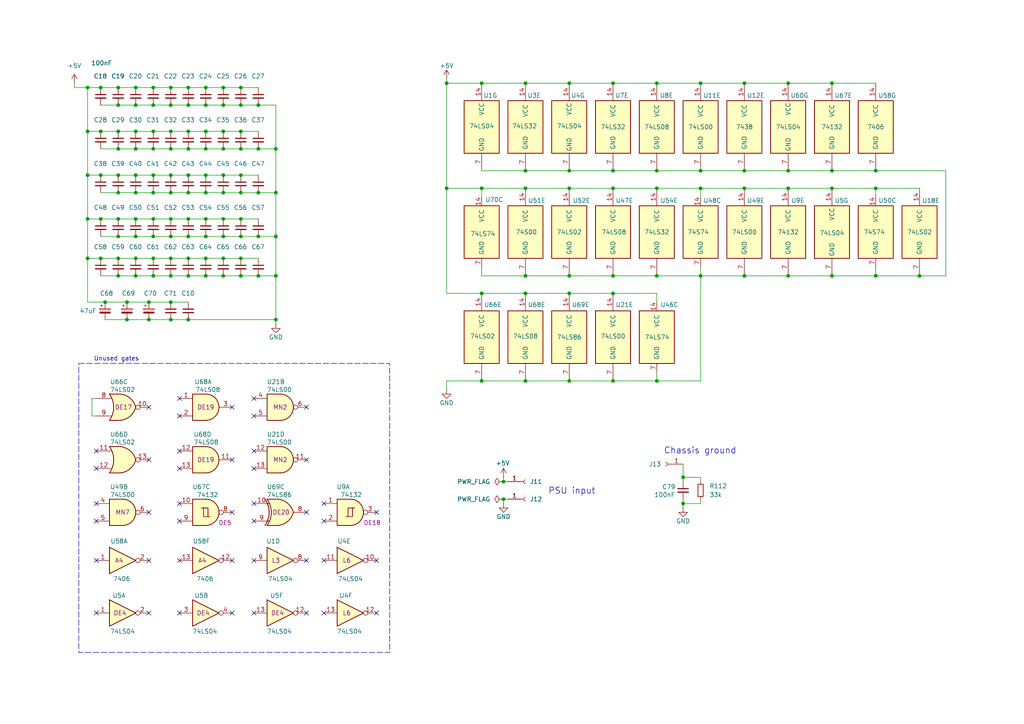
<source format=kicad_sch>
(kicad_sch (version 20250114) (generator "eeschema") (generator_version "9.0")
  (paper "A4")
  (title_block (title "Elwro 800 Junior Rev C - power") (company "Przemysław Węgrzyn <pwegrzyn@codepainters.com>"))
  (rectangle (start 22.86 105.41) (end 113.03 189.23) (stroke (width 0) (type dash)))
  (text "Unused gates" (at 33.782 104.14 0) (effects (font (size 1.27 1.27))))
  (text "Chassis ground" (at 192.532 130.81 0) (effects (font (size 1.8 1.8)) (justify left)))
  (text "PSU input" (at 159.004 142.494 0) (effects (font (size 1.8 1.8)) (justify left)))
  (junction (at 54.61 55.88))
  (junction (at 29.21 38.1))
  (junction (at 54.61 30.48))
  (junction (at 25.4 25.4))
  (junction (at 64.77 68.58))
  (junction (at 203.2 24.13))
  (junction (at 69.85 68.58))
  (junction (at 59.69 30.48))
  (junction (at 129.54 24.13))
  (junction (at 228.6 49.53))
  (junction (at 34.29 50.8))
  (junction (at 25.4 50.8))
  (junction (at 49.53 30.48))
  (junction (at 177.8 24.13))
  (junction (at 29.21 50.8))
  (junction (at 165.1 85.09))
  (junction (at 215.9 80.01))
  (junction (at 49.53 87.63))
  (junction (at 59.69 68.58))
  (junction (at 241.3 80.01))
  (junction (at 152.4 24.13))
  (junction (at 69.85 43.18))
  (junction (at 39.37 63.5))
  (junction (at 215.9 54.61))
  (junction (at 69.85 30.48))
  (junction (at 25.4 38.1))
  (junction (at 43.18 87.63))
  (junction (at 69.85 55.88))
  (junction (at 25.4 63.5))
  (junction (at 254 49.53))
  (junction (at 198.12 138.43))
  (junction (at 80.01 68.58))
  (junction (at 29.21 74.93))
  (junction (at 64.77 55.88))
  (junction (at 59.69 50.8))
  (junction (at 39.37 55.88))
  (junction (at 44.45 80.01))
  (junction (at 44.45 74.93))
  (junction (at 34.29 55.88))
  (junction (at 44.45 68.58))
  (junction (at 44.45 25.4))
  (junction (at 177.8 49.53))
  (junction (at 69.85 50.8))
  (junction (at 129.54 54.61))
  (junction (at 74.93 43.18))
  (junction (at 59.69 63.5))
  (junction (at 39.37 25.4))
  (junction (at 49.53 68.58))
  (junction (at 34.29 25.4))
  (junction (at 228.6 24.13))
  (junction (at 29.21 63.5))
  (junction (at 74.93 68.58))
  (junction (at 152.4 110.49))
  (junction (at 54.61 80.01))
  (junction (at 241.3 54.61))
  (junction (at 25.4 74.93))
  (junction (at 39.37 74.93))
  (junction (at 59.69 43.18))
  (junction (at 54.61 38.1))
  (junction (at 44.45 63.5))
  (junction (at 34.29 63.5))
  (junction (at 254 54.61))
  (junction (at 165.1 80.01))
  (junction (at 30.48 87.63))
  (junction (at 177.8 85.09))
  (junction (at 64.77 80.01))
  (junction (at 34.29 43.18))
  (junction (at 44.45 50.8))
  (junction (at 203.2 80.01))
  (junction (at 215.9 49.53))
  (junction (at 59.69 74.93))
  (junction (at 54.61 92.71))
  (junction (at 190.5 80.01))
  (junction (at 139.7 24.13))
  (junction (at 43.18 92.71))
  (junction (at 80.01 92.71))
  (junction (at 34.29 80.01))
  (junction (at 34.29 68.58))
  (junction (at 44.45 38.1))
  (junction (at 74.93 30.48))
  (junction (at 74.93 80.01))
  (junction (at 152.4 49.53))
  (junction (at 44.45 43.18))
  (junction (at 34.29 30.48))
  (junction (at 39.37 80.01))
  (junction (at 59.69 80.01))
  (junction (at 80.01 43.18))
  (junction (at 29.21 25.4))
  (junction (at 64.77 38.1))
  (junction (at 165.1 24.13))
  (junction (at 228.6 54.61))
  (junction (at 146.05 139.7))
  (junction (at 59.69 38.1))
  (junction (at 64.77 63.5))
  (junction (at 49.53 74.93))
  (junction (at 34.29 74.93))
  (junction (at 69.85 74.93))
  (junction (at 49.53 50.8))
  (junction (at 152.4 54.61))
  (junction (at 54.61 25.4))
  (junction (at 44.45 55.88))
  (junction (at 54.61 74.93))
  (junction (at 74.93 55.88))
  (junction (at 177.8 110.49))
  (junction (at 69.85 38.1))
  (junction (at 64.77 74.93))
  (junction (at 80.01 80.01))
  (junction (at 228.6 80.01))
  (junction (at 254 80.01))
  (junction (at 39.37 30.48))
  (junction (at 49.53 80.01))
  (junction (at 69.85 25.4))
  (junction (at 64.77 25.4))
  (junction (at 54.61 68.58))
  (junction (at 49.53 43.18))
  (junction (at 54.61 43.18))
  (junction (at 139.7 85.09))
  (junction (at 146.05 144.78))
  (junction (at 165.1 49.53))
  (junction (at 34.29 38.1))
  (junction (at 36.83 92.71))
  (junction (at 49.53 55.88))
  (junction (at 190.5 110.49))
  (junction (at 39.37 68.58))
  (junction (at 139.7 54.61))
  (junction (at 59.69 25.4))
  (junction (at 241.3 24.13))
  (junction (at 49.53 63.5))
  (junction (at 198.12 146.05))
  (junction (at 139.7 110.49))
  (junction (at 64.77 43.18))
  (junction (at 54.61 50.8))
  (junction (at 80.01 55.88))
  (junction (at 59.69 55.88))
  (junction (at 152.4 85.09))
  (junction (at 39.37 50.8))
  (junction (at 49.53 25.4))
  (junction (at 64.77 30.48))
  (junction (at 44.45 30.48))
  (junction (at 215.9 24.13))
  (junction (at 69.85 63.5))
  (junction (at 39.37 43.18))
  (junction (at 266.7 80.01))
  (junction (at 241.3 49.53))
  (junction (at 203.2 54.61))
  (junction (at 36.83 87.63))
  (junction (at 165.1 110.49))
  (junction (at 177.8 54.61))
  (junction (at 203.2 49.53))
  (junction (at 54.61 63.5))
  (junction (at 39.37 38.1))
  (junction (at 49.53 92.71))
  (junction (at 190.5 54.61))
  (junction (at 177.8 80.01))
  (junction (at 64.77 50.8))
  (junction (at 69.85 80.01))
  (junction (at 49.53 38.1))
  (junction (at 152.4 80.01))
  (junction (at 190.5 49.53))
  (junction (at 190.5 24.13))
  (junction (at 165.1 54.61))
  (no_connect (at 73.66 135.89))
  (no_connect (at 67.31 162.56))
  (no_connect (at 93.98 162.56))
  (no_connect (at 52.07 162.56))
  (no_connect (at 27.94 135.89))
  (no_connect (at 93.98 151.13))
  (no_connect (at 43.18 177.8))
  (no_connect (at 52.07 115.57))
  (no_connect (at 27.94 130.81))
  (no_connect (at 93.98 146.05))
  (no_connect (at 67.31 177.8))
  (no_connect (at 73.66 130.81))
  (no_connect (at 52.07 135.89))
  (no_connect (at 27.94 177.8))
  (no_connect (at 43.18 133.35))
  (no_connect (at 52.07 151.13))
  (no_connect (at 52.07 146.05))
  (no_connect (at 43.18 148.59))
  (no_connect (at 109.22 162.56))
  (no_connect (at 88.9 133.35))
  (no_connect (at 27.94 151.13))
  (no_connect (at 88.9 162.56))
  (no_connect (at 88.9 177.8))
  (no_connect (at 73.66 146.05))
  (no_connect (at 73.66 162.56))
  (no_connect (at 27.94 146.05))
  (no_connect (at 109.22 148.59))
  (no_connect (at 52.07 120.65))
  (no_connect (at 27.94 162.56))
  (no_connect (at 67.31 133.35))
  (no_connect (at 109.22 177.8))
  (no_connect (at 73.66 120.65))
  (no_connect (at 67.31 118.11))
  (no_connect (at 73.66 151.13))
  (no_connect (at 88.9 118.11))
  (no_connect (at 52.07 177.8))
  (no_connect (at 73.66 177.8))
  (no_connect (at 52.07 130.81))
  (no_connect (at 43.18 162.56))
  (no_connect (at 67.31 148.59))
  (no_connect (at 43.18 118.11))
  (no_connect (at 88.9 148.59))
  (no_connect (at 93.98 177.8))
  (no_connect (at 73.66 115.57))
  (wire (pts (xy 165.1 80.01) (xy 177.8 80.01)))
  (wire (pts (xy 146.05 138.43) (xy 146.05 139.7)))
  (wire (pts (xy 34.29 43.18) (xy 29.21 43.18)))
  (wire (pts (xy 39.37 74.93) (xy 34.29 74.93)))
  (wire (pts (xy 80.01 80.01) (xy 80.01 68.58)))
  (wire (pts (xy 21.59 24.13) (xy 21.59 25.4)))
  (wire (pts (xy 190.5 110.49) (xy 190.5 107.95)))
  (wire (pts (xy 80.01 92.71) (xy 80.01 93.98)))
  (wire (pts (xy 54.61 25.4) (xy 59.69 25.4)))
  (wire (pts (xy 74.93 43.18) (xy 69.85 43.18)))
  (wire (pts (xy 44.45 30.48) (xy 39.37 30.48)))
  (wire (pts (xy 129.54 54.61) (xy 129.54 85.09)))
  (wire (pts (xy 274.32 49.53) (xy 274.32 80.01)))
  (wire (pts (xy 152.4 85.09) (xy 165.1 85.09)))
  (wire (pts (xy 49.53 43.18) (xy 44.45 43.18)))
  (wire (pts (xy 198.12 146.05) (xy 198.12 147.32)))
  (wire (pts (xy 198.12 144.78) (xy 198.12 146.05)))
  (wire (pts (xy 74.93 55.88) (xy 69.85 55.88)))
  (wire (pts (xy 44.45 68.58) (xy 39.37 68.58)))
  (wire (pts (xy 190.5 87.63) (xy 190.5 85.09)))
  (wire (pts (xy 74.93 68.58) (xy 69.85 68.58)))
  (wire (pts (xy 25.4 74.93) (xy 25.4 63.5)))
  (wire (pts (xy 54.61 50.8) (xy 49.53 50.8)))
  (wire (pts (xy 146.05 144.78) (xy 147.32 144.78)))
  (wire (pts (xy 74.93 80.01) (xy 80.01 80.01)))
  (wire (pts (xy 74.93 30.48) (xy 69.85 30.48)))
  (wire (pts (xy 69.85 50.8) (xy 64.77 50.8)))
  (wire (pts (xy 129.54 85.09) (xy 139.7 85.09)))
  (wire (pts (xy 43.18 87.63) (xy 36.83 87.63)))
  (wire (pts (xy 177.8 24.13) (xy 190.5 24.13)))
  (wire (pts (xy 215.9 80.01) (xy 228.6 80.01)))
  (wire (pts (xy 203.2 49.53) (xy 215.9 49.53)))
  (wire (pts (xy 59.69 43.18) (xy 54.61 43.18)))
  (wire (pts (xy 64.77 30.48) (xy 59.69 30.48)))
  (wire (pts (xy 59.69 30.48) (xy 54.61 30.48)))
  (wire (pts (xy 254 54.61) (xy 254 57.15)))
  (wire (pts (xy 203.2 24.13) (xy 215.9 24.13)))
  (wire (pts (xy 49.53 80.01) (xy 54.61 80.01)))
  (wire (pts (xy 39.37 43.18) (xy 34.29 43.18)))
  (wire (pts (xy 44.45 25.4) (xy 49.53 25.4)))
  (wire (pts (xy 49.53 38.1) (xy 44.45 38.1)))
  (wire (pts (xy 54.61 92.71) (xy 80.01 92.71)))
  (wire (pts (xy 203.2 110.49) (xy 203.2 80.01)))
  (wire (pts (xy 59.69 55.88) (xy 54.61 55.88)))
  (wire (pts (xy 203.2 54.61) (xy 215.9 54.61)))
  (wire (pts (xy 34.29 74.93) (xy 29.21 74.93)))
  (wire (pts (xy 34.29 63.5) (xy 29.21 63.5)))
  (wire (pts (xy 49.53 68.58) (xy 44.45 68.58)))
  (wire (pts (xy 39.37 50.8) (xy 34.29 50.8)))
  (wire (pts (xy 49.53 30.48) (xy 44.45 30.48)))
  (wire (pts (xy 177.8 110.49) (xy 190.5 110.49)))
  (wire (pts (xy 64.77 55.88) (xy 59.69 55.88)))
  (wire (pts (xy 29.21 25.4) (xy 34.29 25.4)))
  (wire (pts (xy 129.54 113.03) (xy 129.54 110.49)))
  (wire (pts (xy 25.4 25.4) (xy 29.21 25.4)))
  (wire (pts (xy 59.69 50.8) (xy 54.61 50.8)))
  (wire (pts (xy 139.7 85.09) (xy 152.4 85.09)))
  (wire (pts (xy 139.7 80.01) (xy 152.4 80.01)))
  (wire (pts (xy 64.77 63.5) (xy 59.69 63.5)))
  (wire (pts (xy 190.5 54.61) (xy 203.2 54.61)))
  (wire (pts (xy 69.85 30.48) (xy 64.77 30.48)))
  (wire (pts (xy 228.6 49.53) (xy 241.3 49.53)))
  (wire (pts (xy 64.77 80.01) (xy 69.85 80.01)))
  (wire (pts (xy 39.37 80.01) (xy 44.45 80.01)))
  (wire (pts (xy 54.61 43.18) (xy 49.53 43.18)))
  (wire (pts (xy 139.7 49.53) (xy 152.4 49.53)))
  (wire (pts (xy 44.45 55.88) (xy 39.37 55.88)))
  (wire (pts (xy 44.45 43.18) (xy 39.37 43.18)))
  (wire (pts (xy 215.9 54.61) (xy 228.6 54.61)))
  (wire (pts (xy 198.12 134.62) (xy 198.12 138.43)))
  (wire (pts (xy 64.77 25.4) (xy 69.85 25.4)))
  (wire (pts (xy 80.01 43.18) (xy 80.01 30.48)))
  (wire (pts (xy 64.77 68.58) (xy 59.69 68.58)))
  (wire (pts (xy 152.4 24.13) (xy 165.1 24.13)))
  (wire (pts (xy 69.85 38.1) (xy 64.77 38.1)))
  (wire (pts (xy 74.93 50.8) (xy 69.85 50.8)))
  (wire (pts (xy 44.45 63.5) (xy 39.37 63.5)))
  (wire (pts (xy 80.01 55.88) (xy 74.93 55.88)))
  (wire (pts (xy 64.77 50.8) (xy 59.69 50.8)))
  (wire (pts (xy 69.85 63.5) (xy 64.77 63.5)))
  (wire (pts (xy 27.94 120.65) (xy 26.67 120.65)))
  (wire (pts (xy 190.5 24.13) (xy 203.2 24.13)))
  (wire (pts (xy 25.4 87.63) (xy 25.4 74.93)))
  (wire (pts (xy 203.2 54.61) (xy 203.2 57.15)))
  (wire (pts (xy 44.45 80.01) (xy 49.53 80.01)))
  (wire (pts (xy 39.37 63.5) (xy 34.29 63.5)))
  (wire (pts (xy 69.85 68.58) (xy 64.77 68.58)))
  (wire (pts (xy 29.21 74.93) (xy 25.4 74.93)))
  (wire (pts (xy 59.69 63.5) (xy 54.61 63.5)))
  (wire (pts (xy 39.37 38.1) (xy 34.29 38.1)))
  (wire (pts (xy 54.61 38.1) (xy 49.53 38.1)))
  (wire (pts (xy 177.8 49.53) (xy 190.5 49.53)))
  (wire (pts (xy 39.37 25.4) (xy 44.45 25.4)))
  (wire (pts (xy 241.3 54.61) (xy 254 54.61)))
  (wire (pts (xy 139.7 110.49) (xy 152.4 110.49)))
  (wire (pts (xy 165.1 49.53) (xy 177.8 49.53)))
  (wire (pts (xy 54.61 74.93) (xy 49.53 74.93)))
  (wire (pts (xy 59.69 25.4) (xy 64.77 25.4)))
  (wire (pts (xy 54.61 68.58) (xy 49.53 68.58)))
  (wire (pts (xy 190.5 80.01) (xy 203.2 80.01)))
  (wire (pts (xy 44.45 38.1) (xy 39.37 38.1)))
  (wire (pts (xy 254 54.61) (xy 266.7 54.61)))
  (wire (pts (xy 29.21 38.1) (xy 25.4 38.1)))
  (wire (pts (xy 34.29 68.58) (xy 29.21 68.58)))
  (wire (pts (xy 36.83 92.71) (xy 43.18 92.71)))
  (wire (pts (xy 74.93 63.5) (xy 69.85 63.5)))
  (wire (pts (xy 26.67 120.65) (xy 26.67 115.57)))
  (wire (pts (xy 152.4 54.61) (xy 165.1 54.61)))
  (wire (pts (xy 44.45 50.8) (xy 39.37 50.8)))
  (wire (pts (xy 198.12 146.05) (xy 203.2 146.05)))
  (wire (pts (xy 69.85 55.88) (xy 64.77 55.88)))
  (wire (pts (xy 241.3 80.01) (xy 254 80.01)))
  (wire (pts (xy 80.01 68.58) (xy 74.93 68.58)))
  (wire (pts (xy 74.93 38.1) (xy 69.85 38.1)))
  (wire (pts (xy 69.85 80.01) (xy 74.93 80.01)))
  (wire (pts (xy 49.53 87.63) (xy 54.61 87.63)))
  (wire (pts (xy 80.01 92.71) (xy 80.01 80.01)))
  (wire (pts (xy 54.61 55.88) (xy 49.53 55.88)))
  (wire (pts (xy 30.48 87.63) (xy 25.4 87.63)))
  (wire (pts (xy 25.4 63.5) (xy 25.4 50.8)))
  (wire (pts (xy 228.6 80.01) (xy 241.3 80.01)))
  (wire (pts (xy 274.32 80.01) (xy 266.7 80.01)))
  (wire (pts (xy 198.12 138.43) (xy 198.12 139.7)))
  (wire (pts (xy 64.77 43.18) (xy 59.69 43.18)))
  (wire (pts (xy 80.01 43.18) (xy 74.93 43.18)))
  (wire (pts (xy 241.3 49.53) (xy 254 49.53)))
  (wire (pts (xy 25.4 50.8) (xy 25.4 38.1)))
  (wire (pts (xy 36.83 87.63) (xy 30.48 87.63)))
  (wire (pts (xy 44.45 74.93) (xy 39.37 74.93)))
  (wire (pts (xy 54.61 30.48) (xy 49.53 30.48)))
  (wire (pts (xy 54.61 80.01) (xy 59.69 80.01)))
  (wire (pts (xy 146.05 146.05) (xy 146.05 144.78)))
  (wire (pts (xy 139.7 54.61) (xy 139.7 57.15)))
  (wire (pts (xy 152.4 110.49) (xy 165.1 110.49)))
  (wire (pts (xy 29.21 50.8) (xy 25.4 50.8)))
  (wire (pts (xy 39.37 30.48) (xy 34.29 30.48)))
  (wire (pts (xy 80.01 55.88) (xy 80.01 43.18)))
  (wire (pts (xy 203.2 77.47) (xy 203.2 80.01)))
  (wire (pts (xy 177.8 85.09) (xy 190.5 85.09)))
  (wire (pts (xy 190.5 110.49) (xy 203.2 110.49)))
  (wire (pts (xy 59.69 80.01) (xy 64.77 80.01)))
  (wire (pts (xy 64.77 74.93) (xy 59.69 74.93)))
  (wire (pts (xy 64.77 38.1) (xy 59.69 38.1)))
  (wire (pts (xy 215.9 24.13) (xy 228.6 24.13)))
  (wire (pts (xy 74.93 74.93) (xy 69.85 74.93)))
  (wire (pts (xy 49.53 74.93) (xy 44.45 74.93)))
  (wire (pts (xy 165.1 110.49) (xy 177.8 110.49)))
  (wire (pts (xy 241.3 24.13) (xy 254 24.13)))
  (wire (pts (xy 129.54 54.61) (xy 129.54 24.13)))
  (wire (pts (xy 49.53 25.4) (xy 54.61 25.4)))
  (wire (pts (xy 34.29 30.48) (xy 29.21 30.48)))
  (wire (pts (xy 21.59 25.4) (xy 25.4 25.4)))
  (wire (pts (xy 49.53 63.5) (xy 44.45 63.5)))
  (wire (pts (xy 69.85 43.18) (xy 64.77 43.18)))
  (wire (pts (xy 43.18 92.71) (xy 49.53 92.71)))
  (wire (pts (xy 39.37 68.58) (xy 34.29 68.58)))
  (wire (pts (xy 39.37 55.88) (xy 34.29 55.88)))
  (wire (pts (xy 147.32 139.7) (xy 146.05 139.7)))
  (wire (pts (xy 203.2 144.78) (xy 203.2 146.05)))
  (wire (pts (xy 129.54 54.61) (xy 139.7 54.61)))
  (wire (pts (xy 49.53 55.88) (xy 44.45 55.88)))
  (wire (pts (xy 254 49.53) (xy 274.32 49.53)))
  (wire (pts (xy 34.29 38.1) (xy 29.21 38.1)))
  (wire (pts (xy 152.4 49.53) (xy 165.1 49.53)))
  (wire (pts (xy 69.85 74.93) (xy 64.77 74.93)))
  (wire (pts (xy 80.01 68.58) (xy 80.01 55.88)))
  (wire (pts (xy 129.54 22.86) (xy 129.54 24.13)))
  (wire (pts (xy 165.1 85.09) (xy 177.8 85.09)))
  (wire (pts (xy 190.5 49.53) (xy 203.2 49.53)))
  (wire (pts (xy 165.1 54.61) (xy 177.8 54.61)))
  (wire (pts (xy 25.4 38.1) (xy 25.4 25.4)))
  (wire (pts (xy 59.69 68.58) (xy 54.61 68.58)))
  (wire (pts (xy 152.4 80.01) (xy 165.1 80.01)))
  (wire (pts (xy 129.54 110.49) (xy 139.7 110.49)))
  (wire (pts (xy 254 77.47) (xy 254 80.01)))
  (wire (pts (xy 215.9 49.53) (xy 228.6 49.53)))
  (wire (pts (xy 29.21 80.01) (xy 34.29 80.01)))
  (wire (pts (xy 34.29 50.8) (xy 29.21 50.8)))
  (wire (pts (xy 203.2 138.43) (xy 198.12 138.43)))
  (wire (pts (xy 177.8 54.61) (xy 190.5 54.61)))
  (wire (pts (xy 29.21 63.5) (xy 25.4 63.5)))
  (wire (pts (xy 49.53 92.71) (xy 54.61 92.71)))
  (wire (pts (xy 34.29 25.4) (xy 39.37 25.4)))
  (wire (pts (xy 59.69 38.1) (xy 54.61 38.1)))
  (wire (pts (xy 254 80.01) (xy 266.7 80.01)))
  (wire (pts (xy 139.7 24.13) (xy 152.4 24.13)))
  (wire (pts (xy 139.7 77.47) (xy 139.7 80.01)))
  (wire (pts (xy 69.85 25.4) (xy 74.93 25.4)))
  (wire (pts (xy 165.1 24.13) (xy 177.8 24.13)))
  (wire (pts (xy 49.53 50.8) (xy 44.45 50.8)))
  (wire (pts (xy 203.2 139.7) (xy 203.2 138.43)))
  (wire (pts (xy 139.7 54.61) (xy 152.4 54.61)))
  (wire (pts (xy 30.48 92.71) (xy 36.83 92.71)))
  (wire (pts (xy 177.8 80.01) (xy 190.5 80.01)))
  (wire (pts (xy 26.67 115.57) (xy 27.94 115.57)))
  (wire (pts (xy 59.69 74.93) (xy 54.61 74.93)))
  (wire (pts (xy 34.29 80.01) (xy 39.37 80.01)))
  (wire (pts (xy 129.54 24.13) (xy 139.7 24.13)))
  (wire (pts (xy 49.53 87.63) (xy 43.18 87.63)))
  (wire (pts (xy 80.01 30.48) (xy 74.93 30.48)))
  (wire (pts (xy 203.2 80.01) (xy 215.9 80.01)))
  (wire (pts (xy 228.6 24.13) (xy 241.3 24.13)))
  (wire (pts (xy 34.29 55.88) (xy 29.21 55.88)))
  (wire (pts (xy 54.61 63.5) (xy 49.53 63.5)))
  (wire (pts (xy 228.6 54.61) (xy 241.3 54.61)))
  (symbol (lib_id "Device:C_Small") (at 54.61 66.04 0) (unit 1)
    (property "Reference" "C53" (at 52.578 60.198 0) (effects (justify left)))
    (property "Value" "100nF" (effects (hide yes)))
    (property "Footprint" "e800j_custom:c_200" (effects (hide yes)))
    (property "Description" "Unpolarized capacitor, small symbol" (effects (hide yes)))
  )
  (symbol (lib_id "Device:C_Small") (at 64.77 66.04 0) (unit 1)
    (property "Reference" "C55" (at 62.738 60.198 0) (effects (justify left)))
    (property "Value" "100nF" (effects (hide yes)))
    (property "Footprint" "e800j_custom:c_200" (effects (hide yes)))
    (property "Description" "Unpolarized capacitor, small symbol" (effects (hide yes)))
  )
  (symbol (lib_id "Device:C_Small") (at 29.21 53.34 0) (unit 1)
    (property "Reference" "C38" (at 27.178 47.498 0) (effects (justify left)))
    (property "Value" "100nF" (effects (hide yes)))
    (property "Footprint" "e800j_custom:c_200" (effects (hide yes)))
    (property "Description" "Unpolarized capacitor, small symbol" (effects (hide yes)))
  )
  (symbol (lib_id "Device:C_Small") (at 49.53 90.17 0) (unit 1)
    (property "Reference" "C71" (at 47.498 85.09 0) (effects (justify left)))
    (property "Value" "100nF" (effects (hide yes)))
    (property "Footprint" "e800j_custom:c_200" (effects (hide yes)))
    (property "Description" "Unpolarized capacitor, small symbol" (effects (hide yes)))
  )
  (symbol (lib_id "Device:C_Small") (at 59.69 53.34 0) (unit 1)
    (property "Reference" "C44" (at 57.658 47.498 0) (effects (justify left)))
    (property "Value" "100nF" (effects (hide yes)))
    (property "Footprint" "e800j_custom:c_200" (effects (hide yes)))
    (property "Description" "Unpolarized capacitor, small symbol" (effects (hide yes)))
  )
  (symbol (lib_id "Device:C_Small") (at 34.29 27.94 0) (unit 1)
    (property "Reference" "C19" (at 32.258 22.098 0) (effects (justify left)))
    (property "Value" "100nF" (effects (hide yes)))
    (property "Footprint" "e800j_custom:c_200" (effects (hide yes)))
    (property "Description" "Unpolarized capacitor, small symbol" (effects (hide yes)))
  )
  (symbol (lib_id "74xx:74LS00") (at 177.8 97.79 0) (unit 5)
    (property "Reference" "U21" (at 181.102 88.392 0))
    (property "Value" "74LS00" (at 177.8 97.536 0))
    (property "Footprint" "e800j_custom:DIP14_300" (effects (hide yes)))
    (property "Datasheet" "http://www.ti.com/lit/gpn/sn74ls00" (effects (hide yes)))
    (property "Description" "quad 2-input NAND gate" (effects (hide yes)))
    (property "OrigRef" "MN2" (effects (hide yes)))
    (property "OrigType" "UCY74LS00N" (effects (hide yes)))
  )
  (symbol (lib_id "Device:C_Small") (at 64.77 77.47 0) (unit 1)
    (property "Reference" "C65" (at 62.738 71.628 0) (effects (justify left)))
    (property "Value" "100nF" (effects (hide yes)))
    (property "Footprint" "e800j_custom:c_200" (effects (hide yes)))
    (property "Description" "Unpolarized capacitor, small symbol" (effects (hide yes)))
  )
  (symbol (lib_id "Device:C_Small") (at 49.53 27.94 0) (unit 1)
    (property "Reference" "C22" (at 47.498 22.098 0) (effects (justify left)))
    (property "Value" "100nF" (effects (hide yes)))
    (property "Footprint" "e800j_custom:c_200" (effects (hide yes)))
    (property "Description" "Unpolarized capacitor, small symbol" (effects (hide yes)))
  )
  (symbol (lib_id "Device:C_Small") (at 39.37 40.64 0) (unit 1)
    (property "Reference" "C30" (at 37.338 34.798 0) (effects (justify left)))
    (property "Value" "100nF" (effects (hide yes)))
    (property "Footprint" "e800j_custom:c_200" (effects (hide yes)))
    (property "Description" "Unpolarized capacitor, small symbol" (effects (hide yes)))
  )
  (symbol (lib_id "power:PWR_FLAG") (at 146.05 139.7 90) (unit 1)
    (property "Reference" "#FLG01" (effects (hide yes)))
    (property "Value" "PWR_FLAG" (at 142.24 139.6999 90) (effects (justify left)))
    (property "Description" "Special symbol for telling ERC where power comes from" (effects (hide yes)))
  )
  (symbol (lib_id "Device:C_Small") (at 69.85 53.34 0) (unit 1)
    (property "Reference" "C46" (at 67.818 47.498 0) (effects (justify left)))
    (property "Value" "100nF" (effects (hide yes)))
    (property "Footprint" "e800j_custom:c_200" (effects (hide yes)))
    (property "Description" "Unpolarized capacitor, small symbol" (effects (hide yes)))
  )
  (symbol (lib_id "74xx:74LS74") (at 203.2 67.31 0) (unit 3)
    (property "Reference" "U48" (at 203.962 58.166 0) (effects (justify left)))
    (property "Value" "74S74" (at 199.39 67.31 0) (effects (justify left)))
    (property "Footprint" "e800j_custom:DIP14_300" (effects (hide yes)))
    (property "Datasheet" "74xx/74hc_hct74.pdf" (effects (hide yes)))
    (property "Description" "Dual D Flip-flop, Set & Reset" (effects (hide yes)))
    (property "OrigRef" "M8" (effects (hide yes)))
    (property "OrigType" "UCY74H74N" (effects (hide yes)))
  )
  (symbol (lib_id "Device:C_Small") (at 39.37 66.04 0) (unit 1)
    (property "Reference" "C50" (at 37.338 60.198 0) (effects (justify left)))
    (property "Value" "100nF" (effects (hide yes)))
    (property "Footprint" "e800j_custom:c_200" (effects (hide yes)))
    (property "Description" "Unpolarized capacitor, small symbol" (effects (hide yes)))
  )
  (symbol (lib_id "74xx:74LS02") (at 266.7 67.31 0) (unit 5)
    (property "Reference" "U18" (at 270.002 58.166 0))
    (property "Value" "74LS02" (at 266.7 67.31 0))
    (property "Footprint" "e800j_custom:DIP14_300" (effects (hide yes)))
    (property "Datasheet" "http://www.ti.com/lit/gpn/sn74ls02" (effects (hide yes)))
    (property "Description" "quad 2-input NOR gate" (effects (hide yes)))
    (property "OrigRef" "N9" (effects (hide yes)))
    (property "OrigType" "UCY74LS02N" (effects (hide yes)))
  )
  (symbol (lib_id "Device:C_Small") (at 54.61 77.47 0) (unit 1)
    (property "Reference" "C63" (at 52.578 71.628 0) (effects (justify left)))
    (property "Value" "100nF" (effects (hide yes)))
    (property "Footprint" "e800j_custom:c_200" (effects (hide yes)))
    (property "Description" "Unpolarized capacitor, small symbol" (effects (hide yes)))
  )
  (symbol (lib_id "74xx:74LS04") (at 81.28 162.56 0) (unit 4)
    (property "Reference" "U1" (at 79.248 156.972 0))
    (property "Value" "74LS04" (at 81.28 167.894 0))
    (property "Footprint" "e800j_custom:DIP14_300" (effects (hide yes)))
    (property "Datasheet" "http://www.ti.com/lit/gpn/sn74LS04" (effects (hide yes)))
    (property "Description" "Hex Inverter" (effects (hide yes)))
    (property "OrigRef" "L3" (at 80.01 162.56 0))
    (property "OrigType" "UCY74LS04N" (effects (hide yes)))
  )
  (symbol (lib_id "Device:C_Polarized_Small") (at 36.83 90.17 0) (unit 1)
    (property "Reference" "C69" (at 35.306 85.09 0) (effects (justify left)))
    (property "Value" "47uF" (effects (hide yes)))
    (property "Footprint" "e800j_custom:cp_100_r45" (effects (hide yes)))
    (property "Description" "Polarized capacitor, small symbol" (effects (hide yes)))
  )
  (symbol (lib_id "Device:C_Small") (at 49.53 53.34 0) (unit 1)
    (property "Reference" "C42" (at 47.498 47.498 0) (effects (justify left)))
    (property "Value" "100nF" (effects (hide yes)))
    (property "Footprint" "e800j_custom:c_200" (effects (hide yes)))
    (property "Description" "Unpolarized capacitor, small symbol" (effects (hide yes)))
  )
  (symbol (lib_id "Device:C_Polarized_Small") (at 43.18 90.17 0) (unit 1)
    (property "Reference" "C70" (at 41.656 85.09 0) (effects (justify left)))
    (property "Value" "47uF" (effects (hide yes)))
    (property "Footprint" "e800j_custom:cp_100_r45" (effects (hide yes)))
    (property "Description" "Polarized capacitor, small symbol" (effects (hide yes)))
  )
  (symbol (lib_id "74xx:74LS08") (at 152.4 97.79 0) (unit 5)
    (property "Reference" "U68" (at 155.6429 88.392 0))
    (property "Value" "74LS08" (at 152.4 97.536 0))
    (property "Footprint" "e800j_custom:DIP14_300" (effects (hide yes)))
    (property "Datasheet" "http://www.ti.com/lit/gpn/sn74LS08" (effects (hide yes)))
    (property "Description" "Quad And2" (effects (hide yes)))
    (property "OrigRef" "DE19" (effects (hide yes)))
    (property "OrigType" "UCY74LS08N" (effects (hide yes)))
  )
  (symbol (lib_id "74xx:74LS02") (at 35.56 118.11 0) (unit 3)
    (property "Reference" "U66" (at 34.544 110.744 0))
    (property "Value" "74LS02" (at 35.56 113.03 0))
    (property "Footprint" "e800j_custom:DIP14_300" (effects (hide yes)))
    (property "Datasheet" "http://www.ti.com/lit/gpn/sn74ls02" (effects (hide yes)))
    (property "Description" "quad 2-input NOR gate" (effects (hide yes)))
    (property "OrigRef" "DE17" (at 35.814 118.11 0))
    (property "OrigType" "UCY74LS02N" (effects (hide yes)))
  )
  (symbol (lib_id "74xx:74LS04") (at 101.6 177.8 0) (unit 6)
    (property "Reference" "U4" (at 100.33 172.72 0))
    (property "Value" "74LS04" (at 101.346 183.134 0))
    (property "Footprint" "e800j_custom:DIP14_300" (effects (hide yes)))
    (property "Datasheet" "http://www.ti.com/lit/gpn/sn74LS04" (effects (hide yes)))
    (property "Description" "Hex Inverter" (effects (hide yes)))
    (property "OrigRef" "L6" (at 100.584 177.8 0))
    (property "OrigType" "UCY74LS04N" (effects (hide yes)))
  )
  (symbol (lib_id "Device:C_Small") (at 59.69 77.47 0) (unit 1)
    (property "Reference" "C64" (at 57.658 71.628 0) (effects (justify left)))
    (property "Value" "100nF" (effects (hide yes)))
    (property "Footprint" "e800j_custom:c_200" (effects (hide yes)))
    (property "Description" "Unpolarized capacitor, small symbol" (effects (hide yes)))
  )
  (symbol (lib_id "74xx:74LS38") (at 215.9 36.83 0) (unit 5)
    (property "Reference" "U12" (at 219.202 27.686 0))
    (property "Value" "7438" (at 215.9 36.83 0))
    (property "Footprint" "e800j_custom:DIP14_300" (effects (hide yes)))
    (property "Datasheet" "http://www.ti.com/lit/gpn/sn74LS38" (effects (hide yes)))
    (property "Description" "Quad Buffer 2-input NAND Open collector" (effects (hide yes)))
    (property "OrigRef" "J1" (effects (hide yes)))
    (property "OrigType" "UCY7438N" (effects (hide yes)))
  )
  (symbol (lib_id "Device:C_Small") (at 44.45 27.94 0) (unit 1)
    (property "Reference" "C21" (at 42.418 22.098 0) (effects (justify left)))
    (property "Value" "100nF" (effects (hide yes)))
    (property "Footprint" "e800j_custom:c_200" (effects (hide yes)))
    (property "Description" "Unpolarized capacitor, small symbol" (effects (hide yes)))
  )
  (symbol (lib_id "Device:C_Small") (at 59.69 40.64 0) (unit 1)
    (property "Reference" "C34" (at 57.658 34.798 0) (effects (justify left)))
    (property "Value" "100nF" (effects (hide yes)))
    (property "Footprint" "e800j_custom:c_200" (effects (hide yes)))
    (property "Description" "Unpolarized capacitor, small symbol" (effects (hide yes)))
  )
  (symbol (lib_id "74xx:74LS32") (at 190.5 67.31 0) (mirror y) (unit 5)
    (property "Reference" "U54" (at 194.056 58.166 0))
    (property "Value" "74LS32" (at 190.5 67.31 0))
    (property "Footprint" "e800j_custom:DIP14_300" (effects (hide yes)))
    (property "Datasheet" "http://www.ti.com/lit/gpn/sn74LS32" (effects (hide yes)))
    (property "Description" "Quad 2-input OR" (effects (hide yes)))
    (property "OrigRef" "MN5" (effects (hide yes)))
    (property "OrigType" "UCY74LS32N" (effects (hide yes)))
  )
  (symbol (lib_id "Device:C_Small") (at 74.93 66.04 0) (unit 1)
    (property "Reference" "C57" (at 72.898 60.198 0) (effects (justify left)))
    (property "Value" "100nF" (effects (hide yes)))
    (property "Footprint" "e800j_custom:c_200" (effects (hide yes)))
    (property "Description" "Unpolarized capacitor, small symbol" (effects (hide yes)))
  )
  (symbol (lib_id "74xx:74LS06") (at 35.56 162.56 0) (unit 1)
    (property "Reference" "U58" (at 34.544 156.972 0))
    (property "Value" "7406" (at 35.306 167.894 0))
    (property "Footprint" "e800j_custom:DIP14_300" (effects (hide yes)))
    (property "Datasheet" "http://www.ti.com/lit/gpn/sn74LS06" (effects (hide yes)))
    (property "Description" "Inverter Open Collect" (effects (hide yes)))
    (property "OrigRef" "A4" (at 34.544 162.56 0))
    (property "OrigType" "UCY7406N" (effects (hide yes)))
  )
  (symbol (lib_id "Device:C_Small") (at 44.45 40.64 0) (unit 1)
    (property "Reference" "C31" (at 42.418 34.798 0) (effects (justify left)))
    (property "Value" "100nF" (effects (hide yes)))
    (property "Footprint" "e800j_custom:c_200" (effects (hide yes)))
    (property "Description" "Unpolarized capacitor, small symbol" (effects (hide yes)))
  )
  (symbol (lib_id "Device:C_Small") (at 54.61 27.94 0) (unit 1)
    (property "Reference" "C23" (at 52.578 22.098 0) (effects (justify left)))
    (property "Value" "100nF" (effects (hide yes)))
    (property "Footprint" "e800j_custom:c_200" (effects (hide yes)))
    (property "Description" "Unpolarized capacitor, small symbol" (effects (hide yes)))
  )
  (symbol (lib_id "Device:C_Small") (at 49.53 77.47 0) (unit 1)
    (property "Reference" "C62" (at 47.498 71.628 0) (effects (justify left)))
    (property "Value" "100nF" (effects (hide yes)))
    (property "Footprint" "e800j_custom:c_200" (effects (hide yes)))
    (property "Description" "Unpolarized capacitor, small symbol" (effects (hide yes)))
  )
  (symbol (lib_id "Device:C_Small") (at 49.53 40.64 0) (unit 1)
    (property "Reference" "C32" (at 47.498 34.798 0) (effects (justify left)))
    (property "Value" "100nF" (effects (hide yes)))
    (property "Footprint" "e800j_custom:c_200_r" (effects (hide yes)))
    (property "Description" "Unpolarized capacitor, small symbol" (effects (hide yes)))
  )
  (symbol (lib_id "74xx:74LS132") (at 241.3 36.83 0) (mirror y) (unit 5)
    (property "Reference" "U67" (at 244.602 27.686 0))
    (property "Value" "74132" (at 241.3 36.83 0))
    (property "Footprint" "e800j_custom:DIP14_300" (effects (hide yes)))
    (property "Datasheet" "http://www.ti.com/lit/gpn/sn74LS132" (effects (hide yes)))
    (property "Description" "Quad 2-input NAND Schmitt trigger" (effects (hide yes)))
    (property "OrigRef" "DE5" (effects (hide yes)))
    (property "OrigType" "UCY74132N" (effects (hide yes)))
  )
  (symbol (lib_id "74xx:74LS00") (at 152.4 67.31 0) (unit 5)
    (property "Reference" "U51" (at 155.702 58.166 0))
    (property "Value" "74S00" (at 152.654 67.31 0))
    (property "Footprint" "e800j_custom:DIP14_300" (effects (hide yes)))
    (property "Datasheet" "http://www.ti.com/lit/gpn/sn74ls00" (effects (hide yes)))
    (property "Description" "quad 2-input NAND gate" (effects (hide yes)))
    (property "OrigRef" "MN2" (effects (hide yes)))
    (property "OrigType" "UCY74S00N" (effects (hide yes)))
  )
  (symbol (lib_id "Device:C_Small") (at 54.61 90.17 0) (unit 1)
    (property "Reference" "C10" (at 52.578 85.09 0) (effects (justify left)))
    (property "Value" "100nF" (effects (hide yes)))
    (property "Footprint" "e800j_custom:c_200" (effects (hide yes)))
    (property "Description" "Unpolarized capacitor, small symbol" (effects (hide yes)))
  )
  (symbol (lib_id "Device:C_Small") (at 34.29 53.34 0) (unit 1)
    (property "Reference" "C39" (at 32.258 47.498 0) (effects (justify left)))
    (property "Value" "100nF" (effects (hide yes)))
    (property "Footprint" "e800j_custom:c_200" (effects (hide yes)))
    (property "Description" "Unpolarized capacitor, small symbol" (effects (hide yes)))
  )
  (symbol (lib_id "74xx:74LS04") (at 59.69 177.8 0) (unit 2)
    (property "Reference" "U5" (at 58.42 172.72 0))
    (property "Value" "74LS04" (at 59.436 183.134 0))
    (property "Footprint" "e800j_custom:DIP14_300" (effects (hide yes)))
    (property "Datasheet" "http://www.ti.com/lit/gpn/sn74LS04" (effects (hide yes)))
    (property "Description" "Hex Inverter" (effects (hide yes)))
    (property "OrigRef" "DE4" (at 58.928 177.8 0))
    (property "OrigType" "UCY74LS04N" (effects (hide yes)))
  )
  (symbol (lib_id "Device:C_Small") (at 74.93 40.64 0) (unit 1)
    (property "Reference" "C37" (at 72.898 34.798 0) (effects (justify left)))
    (property "Value" "100nF" (effects (hide yes)))
    (property "Footprint" "e800j_custom:c_200" (effects (hide yes)))
    (property "Description" "Unpolarized capacitor, small symbol" (effects (hide yes)))
  )
  (symbol (lib_id "74xx:74LS00") (at 215.9 67.31 0) (unit 5)
    (property "Reference" "U49" (at 219.202 58.166 0))
    (property "Value" "74LS00" (at 215.9 67.31 0))
    (property "Footprint" "e800j_custom:DIP14_300" (effects (hide yes)))
    (property "Datasheet" "http://www.ti.com/lit/gpn/sn74ls00" (effects (hide yes)))
    (property "Description" "quad 2-input NAND gate" (effects (hide yes)))
    (property "OrigRef" "MN7" (effects (hide yes)))
    (property "OrigType" "UCY74LS00N" (effects (hide yes)))
  )
  (symbol (lib_id "74xx:74LS08") (at 177.8 67.31 0) (unit 5)
    (property "Reference" "U47" (at 181.102 58.166 0))
    (property "Value" "74LS08" (at 178.054 67.31 0))
    (property "Footprint" "e800j_custom:DIP14_300" (effects (hide yes)))
    (property "Datasheet" "http://www.ti.com/lit/gpn/sn74LS08" (effects (hide yes)))
    (property "Description" "Quad And2" (effects (hide yes)))
    (property "OrigRef" "MN4" (effects (hide yes)))
    (property "OrigType" "UCY74LS08N" (effects (hide yes)))
  )
  (symbol (lib_id "power:+5V") (at 146.05 138.43 0) (unit 1)
    (property "Reference" "#PWR0204" (effects (hide yes)))
    (property "Value" "+5V" (at 145.796 134.366 0))
    (property "Description" "Power symbol creates a global label with name \"+5V\"" (effects (hide yes)))
  )
  (symbol (lib_id "74xx:74LS04") (at 81.28 177.8 0) (unit 6)
    (property "Reference" "U5" (at 80.264 172.72 0))
    (property "Value" "74LS04" (at 81.026 183.134 0))
    (property "Footprint" "e800j_custom:DIP14_300" (effects (hide yes)))
    (property "Datasheet" "http://www.ti.com/lit/gpn/sn74LS04" (effects (hide yes)))
    (property "Description" "Hex Inverter" (effects (hide yes)))
    (property "OrigRef" "DE4" (at 80.518 177.8 0))
    (property "OrigType" "UCY74LS04N" (effects (hide yes)))
  )
  (symbol (lib_id "74xx:74LS04") (at 165.1 36.83 0) (unit 7)
    (property "Reference" "U4" (at 167.64 27.686 0))
    (property "Value" "74LS04" (at 165.1 36.576 0))
    (property "Footprint" "e800j_custom:DIP14_300" (effects (hide yes)))
    (property "Datasheet" "http://www.ti.com/lit/gpn/sn74LS04" (effects (hide yes)))
    (property "Description" "Hex Inverter" (effects (hide yes)))
    (property "OrigRef" "L6" (effects (hide yes)))
    (property "OrigType" "UCY74LS04N" (effects (hide yes)))
  )
  (symbol (lib_id "Device:C_Small") (at 29.21 27.94 0) (unit 1)
    (property "Reference" "C18" (at 27.178 22.098 0) (effects (justify left)))
    (property "Value" "100nF" (at 26.416 18.288 0) (effects (justify left)))
    (property "Footprint" "e800j_custom:c_200" (effects (hide yes)))
    (property "Description" "Unpolarized capacitor, small symbol" (effects (hide yes)))
  )
  (symbol (lib_id "74xx:74LS132") (at 59.69 148.59 0) (mirror x) (unit 3)
    (property "Reference" "U67" (at 58.42 141.224 0))
    (property "Value" "74132" (at 60.198 143.51 0))
    (property "Footprint" "e800j_custom:DIP14_300" (effects (hide yes)))
    (property "Datasheet" "http://www.ti.com/lit/gpn/sn74LS132" (effects (hide yes)))
    (property "Description" "Quad 2-input NAND Schmitt trigger" (effects (hide yes)))
    (property "OrigRef" "DE5" (at 65.278 151.638 0))
    (property "OrigType" "UCY74132N" (effects (hide yes)))
  )
  (symbol (lib_id "power:PWR_FLAG") (at 146.05 144.78 90) (unit 1)
    (property "Reference" "#FLG02" (effects (hide yes)))
    (property "Value" "PWR_FLAG" (at 142.24 144.7799 90) (effects (justify left)))
    (property "Description" "Special symbol for telling ERC where power comes from" (effects (hide yes)))
  )
  (symbol (lib_id "74xx:74LS02") (at 165.1 67.31 0) (mirror y) (unit 5)
    (property "Reference" "U52" (at 168.656 58.166 0))
    (property "Value" "74LS02" (at 165.1 67.31 0))
    (property "Footprint" "e800j_custom:DIP14_300" (effects (hide yes)))
    (property "Datasheet" "http://www.ti.com/lit/gpn/sn74ls02" (effects (hide yes)))
    (property "Description" "quad 2-input NOR gate" (effects (hide yes)))
    (property "OrigRef" "MN3" (effects (hide yes)))
    (property "OrigType" "UCY74LS02N" (effects (hide yes)))
  )
  (symbol (lib_id "Device:C_Polarized_Small") (at 30.48 90.17 0) (unit 1)
    (property "Reference" "C68" (at 28.956 85.09 0) (effects (justify left)))
    (property "Value" "47uF" (at 23.114 90.17 0) (effects (justify left)))
    (property "Footprint" "e800j_custom:cp_100_r45" (effects (hide yes)))
    (property "Description" "Polarized capacitor, small symbol" (effects (hide yes)))
  )
  (symbol (lib_id "Device:C_Small") (at 44.45 77.47 0) (unit 1)
    (property "Reference" "C61" (at 42.418 71.628 0) (effects (justify left)))
    (property "Value" "100nF" (effects (hide yes)))
    (property "Footprint" "e800j_custom:c_200" (effects (hide yes)))
    (property "Description" "Unpolarized capacitor, small symbol" (effects (hide yes)))
  )
  (symbol (lib_id "74xx:74LS00") (at 81.28 118.11 0) (unit 2)
    (property "Reference" "U21" (at 80.01 110.744 0))
    (property "Value" "74LS00" (at 81.026 113.03 0))
    (property "Footprint" "e800j_custom:DIP14_300" (effects (hide yes)))
    (property "Datasheet" "http://www.ti.com/lit/gpn/sn74ls00" (effects (hide yes)))
    (property "Description" "quad 2-input NAND gate" (effects (hide yes)))
    (property "OrigRef" "MN2" (at 81.28 118.11 0))
    (property "OrigType" "UCY74LS00N" (effects (hide yes)))
  )
  (symbol (lib_id "power:GND") (at 80.01 93.98 0) (unit 1)
    (property "Reference" "#PWR0178" (effects (hide yes)))
    (property "Value" "GND" (at 80.01 97.79 0))
    (property "Description" "Power symbol creates a global label with name \"GND\" , ground" (effects (hide yes)))
  )
  (symbol (lib_id "74xx:74LS00") (at 203.2 36.83 0) (unit 5)
    (property "Reference" "U11" (at 206.502 27.686 0))
    (property "Value" "74LS00" (at 203.2 36.83 0))
    (property "Footprint" "e800j_custom:DIP14_300" (effects (hide yes)))
    (property "Datasheet" "http://www.ti.com/lit/gpn/sn74ls00" (effects (hide yes)))
    (property "Description" "quad 2-input NAND gate" (effects (hide yes)))
    (property "OrigRef" "J6" (effects (hide yes)))
    (property "OrigType" "UCY74LS00N" (effects (hide yes)))
  )
  (symbol (lib_id "Connector:Conn_01x01_Socket") (at 152.4 144.78 0) (unit 1)
    (property "Reference" "J12" (at 153.67 144.7799 0) (effects (justify left)))
    (property "Value" "Conn_01x01_Socket" (effects (hide yes)))
    (property "Footprint" "e800j_custom:pin24" (effects (hide yes)))
    (property "Description" "Generic connector, single row, 01x01, script generated" (effects (hide yes)))
  )
  (symbol (lib_id "Device:C_Small") (at 39.37 77.47 0) (unit 1)
    (property "Reference" "C60" (at 37.338 71.628 0) (effects (justify left)))
    (property "Value" "100nF" (effects (hide yes)))
    (property "Footprint" "e800j_custom:c_200" (effects (hide yes)))
    (property "Description" "Unpolarized capacitor, small symbol" (effects (hide yes)))
  )
  (symbol (lib_id "Device:C_Small") (at 64.77 40.64 0) (unit 1)
    (property "Reference" "C35" (at 62.738 34.798 0) (effects (justify left)))
    (property "Value" "100nF" (effects (hide yes)))
    (property "Footprint" "e800j_custom:c_200" (effects (hide yes)))
    (property "Description" "Unpolarized capacitor, small symbol" (effects (hide yes)))
  )
  (symbol (lib_id "74xx:74LS06") (at 254 36.83 0) (unit 7)
    (property "Reference" "U58" (at 257.302 27.686 0))
    (property "Value" "7406" (at 254 36.83 0))
    (property "Footprint" "e800j_custom:DIP14_300" (effects (hide yes)))
    (property "Datasheet" "http://www.ti.com/lit/gpn/sn74LS06" (effects (hide yes)))
    (property "Description" "Inverter Open Collect" (effects (hide yes)))
    (property "OrigRef" "A4" (effects (hide yes)))
    (property "OrigType" "UCY7406N" (effects (hide yes)))
  )
  (symbol (lib_id "Device:C_Small") (at 34.29 77.47 0) (unit 1)
    (property "Reference" "C59" (at 32.258 71.628 0) (effects (justify left)))
    (property "Value" "100nF" (effects (hide yes)))
    (property "Footprint" "e800j_custom:c_200" (effects (hide yes)))
    (property "Description" "Unpolarized capacitor, small symbol" (effects (hide yes)))
  )
  (symbol (lib_id "Device:C_Small") (at 54.61 53.34 0) (unit 1)
    (property "Reference" "C43" (at 52.578 47.498 0) (effects (justify left)))
    (property "Value" "100nF" (effects (hide yes)))
    (property "Footprint" "e800j_custom:c_200" (effects (hide yes)))
    (property "Description" "Unpolarized capacitor, small symbol" (effects (hide yes)))
  )
  (symbol (lib_id "74xx:74LS74") (at 190.5 97.79 0) (unit 3)
    (property "Reference" "U46" (at 191.516 88.392 0) (effects (justify left)))
    (property "Value" "74LS74" (at 186.944 97.79 0) (effects (justify left)))
    (property "Footprint" "e800j_custom:DIP14_300" (effects (hide yes)))
    (property "Datasheet" "74xx/74hc_hct74.pdf" (effects (hide yes)))
    (property "Description" "Dual D Flip-flop, Set & Reset" (effects (hide yes)))
    (property "OrigRef" "L2" (effects (hide yes)))
    (property "OrigType" "UCY74LS74N" (effects (hide yes)))
  )
  (symbol (lib_id "Device:C_Small") (at 69.85 27.94 0) (unit 1)
    (property "Reference" "C26" (at 67.818 22.098 0) (effects (justify left)))
    (property "Value" "100nF" (effects (hide yes)))
    (property "Footprint" "e800j_custom:c_200" (effects (hide yes)))
    (property "Description" "Unpolarized capacitor, small symbol" (effects (hide yes)))
  )
  (symbol (lib_id "Device:C_Small") (at 29.21 66.04 0) (unit 1)
    (property "Reference" "C48" (at 27.178 60.198 0) (effects (justify left)))
    (property "Value" "100nF" (effects (hide yes)))
    (property "Footprint" "e800j_custom:c_200" (effects (hide yes)))
    (property "Description" "Unpolarized capacitor, small symbol" (effects (hide yes)))
  )
  (symbol (lib_id "74xx:74LS04") (at 101.6 162.56 0) (unit 5)
    (property "Reference" "U4" (at 99.822 156.972 0))
    (property "Value" "74LS04" (at 101.6 167.894 0))
    (property "Footprint" "e800j_custom:DIP14_300" (effects (hide yes)))
    (property "Datasheet" "http://www.ti.com/lit/gpn/sn74LS04" (effects (hide yes)))
    (property "Description" "Hex Inverter" (effects (hide yes)))
    (property "OrigRef" "L6" (at 100.584 162.56 0))
    (property "OrigType" "UCY74LS04N" (effects (hide yes)))
  )
  (symbol (lib_id "Device:C_Small") (at 44.45 53.34 0) (unit 1)
    (property "Reference" "C41" (at 42.418 47.498 0) (effects (justify left)))
    (property "Value" "100nF" (effects (hide yes)))
    (property "Footprint" "e800j_custom:c_200" (effects (hide yes)))
    (property "Description" "Unpolarized capacitor, small symbol" (effects (hide yes)))
  )
  (symbol (lib_id "74xx:74LS06") (at 59.69 162.56 0) (unit 6)
    (property "Reference" "U58" (at 58.42 156.972 0))
    (property "Value" "7406" (at 59.436 167.894 0))
    (property "Footprint" "e800j_custom:DIP14_300" (effects (hide yes)))
    (property "Datasheet" "http://www.ti.com/lit/gpn/sn74LS06" (effects (hide yes)))
    (property "Description" "Inverter Open Collect" (effects (hide yes)))
    (property "OrigRef" "A4" (at 58.674 162.56 0))
    (property "OrigType" "UCY7406N" (effects (hide yes)))
  )
  (symbol (lib_id "power:GND") (at 129.54 113.03 0) (unit 1)
    (property "Reference" "#PWR011" (effects (hide yes)))
    (property "Value" "GND" (at 129.54 116.84 0))
    (property "Description" "Power symbol creates a global label with name \"GND\" , ground" (effects (hide yes)))
  )
  (symbol (lib_id "74xx:74LS08") (at 190.5 36.83 0) (mirror y) (unit 5)
    (property "Reference" "U8" (at 193.294 27.686 0))
    (property "Value" "74LS08" (at 190.5 36.83 0))
    (property "Footprint" "e800j_custom:DIP14_300" (effects (hide yes)))
    (property "Datasheet" "http://www.ti.com/lit/gpn/sn74LS08" (effects (hide yes)))
    (property "Description" "Quad And2" (effects (hide yes)))
    (property "OrigRef" "J7" (effects (hide yes)))
    (property "OrigType" "UCY74LS08N" (effects (hide yes)))
  )
  (symbol (lib_id "74xx:74LS08") (at 59.69 133.35 0) (unit 4)
    (property "Reference" "U68" (at 56.134 125.984 0) (effects (justify left)))
    (property "Value" "74LS08" (at 56.134 128.27 0) (effects (justify left)))
    (property "Footprint" "e800j_custom:DIP14_300" (effects (hide yes)))
    (property "Datasheet" "http://www.ti.com/lit/gpn/sn74LS08" (effects (hide yes)))
    (property "Description" "Quad And2" (effects (hide yes)))
    (property "OrigRef" "DE19" (at 59.69 133.35 0))
    (property "OrigType" "UCY74LS08N" (effects (hide yes)))
  )
  (symbol (lib_id "74xx:74LS04") (at 139.7 36.83 0) (unit 7)
    (property "Reference" "U1" (at 142.24 27.686 0))
    (property "Value" "74LS04" (at 139.7 36.576 0))
    (property "Footprint" "e800j_custom:DIP14_300" (effects (hide yes)))
    (property "Datasheet" "http://www.ti.com/lit/gpn/sn74LS04" (effects (hide yes)))
    (property "Description" "Hex Inverter" (effects (hide yes)))
    (property "OrigRef" "L3" (effects (hide yes)))
    (property "OrigType" "UCY74LS04N" (effects (hide yes)))
  )
  (symbol (lib_id "Device:C_Small") (at 59.69 66.04 0) (unit 1)
    (property "Reference" "C54" (at 57.658 60.198 0) (effects (justify left)))
    (property "Value" "100nF" (effects (hide yes)))
    (property "Footprint" "e800j_custom:c_200" (effects (hide yes)))
    (property "Description" "Unpolarized capacitor, small symbol" (effects (hide yes)))
  )
  (symbol (lib_id "74xx:74LS32") (at 152.4 36.83 0) (mirror y) (unit 5)
    (property "Reference" "U3" (at 154.94 27.686 0))
    (property "Value" "74LS32" (at 152.146 36.576 0))
    (property "Footprint" "e800j_custom:DIP14_300" (effects (hide yes)))
    (property "Datasheet" "http://www.ti.com/lit/gpn/sn74LS32" (effects (hide yes)))
    (property "Description" "Quad 2-input OR" (effects (hide yes)))
    (property "OrigRef" "I1" (effects (hide yes)))
    (property "OrigType" "UCY74LS32N" (effects (hide yes)))
  )
  (symbol (lib_id "Device:C_Small") (at 69.85 66.04 0) (unit 1)
    (property "Reference" "C56" (at 67.818 60.198 0) (effects (justify left)))
    (property "Value" "100nF" (effects (hide yes)))
    (property "Footprint" "e800j_custom:c_200" (effects (hide yes)))
    (property "Description" "Unpolarized capacitor, small symbol" (effects (hide yes)))
  )
  (symbol (lib_id "74xx:74LS00") (at 81.28 133.35 0) (unit 4)
    (property "Reference" "U21" (at 80.01 125.984 0))
    (property "Value" "74LS00" (at 81.026 128.27 0))
    (property "Footprint" "e800j_custom:DIP14_300" (effects (hide yes)))
    (property "Datasheet" "http://www.ti.com/lit/gpn/sn74ls00" (effects (hide yes)))
    (property "Description" "quad 2-input NAND gate" (effects (hide yes)))
    (property "OrigRef" "MN2" (at 81.28 133.35 0))
    (property "OrigType" "UCY74LS00N" (effects (hide yes)))
  )
  (symbol (lib_id "74xx:74LS132") (at 101.6 148.59 0) (unit 1)
    (property "Reference" "U9" (at 99.568 141.224 0))
    (property "Value" "74132" (at 101.854 143.51 0))
    (property "Footprint" "e800j_custom:DIP14_300" (effects (hide yes)))
    (property "Datasheet" "http://www.ti.com/lit/gpn/sn74LS132" (effects (hide yes)))
    (property "Description" "Quad 2-input NAND Schmitt trigger" (effects (hide yes)))
    (property "OrigRef" "DE18" (at 107.95 151.638 0))
    (property "OrigType" "UCY74132N" (effects (hide yes)))
  )
  (symbol (lib_id "74xx:74LS04") (at 35.56 177.8 0) (unit 1)
    (property "Reference" "U5" (at 34.544 172.72 0))
    (property "Value" "74LS04" (at 35.56 183.134 0))
    (property "Footprint" "e800j_custom:DIP14_300" (effects (hide yes)))
    (property "Datasheet" "http://www.ti.com/lit/gpn/sn74LS04" (effects (hide yes)))
    (property "Description" "Hex Inverter" (effects (hide yes)))
    (property "OrigRef" "DE4" (at 34.798 177.8 0))
    (property "OrigType" "UCY74LS04N" (effects (hide yes)))
  )
  (symbol (lib_id "74xx:74LS04") (at 228.6 36.83 0) (unit 7)
    (property "Reference" "U60" (at 231.902 27.686 0))
    (property "Value" "74LS04" (at 228.6 36.83 0))
    (property "Footprint" "e800j_custom:DIP14_300" (effects (hide yes)))
    (property "Datasheet" "http://www.ti.com/lit/gpn/sn74LS04" (effects (hide yes)))
    (property "Description" "Hex Inverter" (effects (hide yes)))
    (property "OrigRef" "DE4" (effects (hide yes)))
    (property "OrigType" "UCY74LS04N" (effects (hide yes)))
  )
  (symbol (lib_id "74xx:74LS32") (at 177.8 36.83 0) (unit 5)
    (property "Reference" "U7" (at 180.34 27.686 0))
    (property "Value" "74LS32" (at 177.8 36.83 0))
    (property "Footprint" "e800j_custom:DIP14_300" (effects (hide yes)))
    (property "Datasheet" "http://www.ti.com/lit/gpn/sn74LS32" (effects (hide yes)))
    (property "Description" "Quad 2-input OR" (effects (hide yes)))
    (property "OrigRef" "DE8" (effects (hide yes)))
    (property "OrigType" "UCY74LS32N" (effects (hide yes)))
  )
  (symbol (lib_id "Connector:Conn_01x01_Socket") (at 152.4 139.7 0) (unit 1)
    (property "Reference" "J11" (at 153.67 139.6999 0) (effects (justify left)))
    (property "Value" "Conn_01x01_Socket" (effects (hide yes)))
    (property "Footprint" "e800j_custom:pin24" (effects (hide yes)))
    (property "Description" "Generic connector, single row, 01x01, script generated" (effects (hide yes)))
  )
  (symbol (lib_id "74xx:74LS02") (at 35.56 133.35 0) (unit 4)
    (property "Reference" "U66" (at 34.544 125.984 0))
    (property "Value" "74LS02" (at 35.56 128.27 0))
    (property "Footprint" "e800j_custom:DIP14_300" (effects (hide yes)))
    (property "Datasheet" "http://www.ti.com/lit/gpn/sn74ls02" (effects (hide yes)))
    (property "Description" "quad 2-input NOR gate" (effects (hide yes)))
    (property "OrigRef" "DE17" (effects (hide yes)))
    (property "OrigType" "UCY74LS02N" (effects (hide yes)))
  )
  (symbol (lib_id "Device:R_Small") (at 203.2 142.24 0) (unit 1)
    (property "Reference" "R112" (at 205.74 140.9699 0) (effects (justify left)))
    (property "Value" "33k" (at 205.74 143.5099 0) (effects (justify left)))
    (property "Footprint" "e800j_custom:r_400" (effects (hide yes)))
    (property "Description" "Resistor, small symbol" (effects (hide yes)))
    (property "OrigValue" "33k2" (effects (hide yes)))
  )
  (symbol (lib_id "Device:C_Small") (at 29.21 40.64 0) (unit 1)
    (property "Reference" "C28" (at 27.178 34.798 0) (effects (justify left)))
    (property "Value" "100nF" (effects (hide yes)))
    (property "Footprint" "e800j_custom:c_200" (effects (hide yes)))
    (property "Description" "Unpolarized capacitor, small symbol" (effects (hide yes)))
  )
  (symbol (lib_id "Device:C_Small") (at 49.53 66.04 0) (unit 1)
    (property "Reference" "C52" (at 47.498 60.198 0) (effects (justify left)))
    (property "Value" "100nF" (effects (hide yes)))
    (property "Footprint" "e800j_custom:c_200" (effects (hide yes)))
    (property "Description" "Unpolarized capacitor, small symbol" (effects (hide yes)))
  )
  (symbol (lib_id "Device:C_Small") (at 34.29 40.64 0) (unit 1)
    (property "Reference" "C29" (at 32.258 34.798 0) (effects (justify left)))
    (property "Value" "100nF" (effects (hide yes)))
    (property "Footprint" "e800j_custom:c_200" (effects (hide yes)))
    (property "Description" "Unpolarized capacitor, small symbol" (effects (hide yes)))
  )
  (symbol (lib_id "Device:C_Small") (at 34.29 66.04 0) (unit 1)
    (property "Reference" "C49" (at 32.258 60.198 0) (effects (justify left)))
    (property "Value" "100nF" (effects (hide yes)))
    (property "Footprint" "e800j_custom:c_200" (effects (hide yes)))
    (property "Description" "Unpolarized capacitor, small symbol" (effects (hide yes)))
  )
  (symbol (lib_id "power:GND") (at 198.12 147.32 0) (unit 1)
    (property "Reference" "#PWR0206" (effects (hide yes)))
    (property "Value" "GND" (at 198.12 151.13 0))
    (property "Description" "Power symbol creates a global label with name \"GND\" , ground" (effects (hide yes)))
  )
  (symbol (lib_id "74xx:74LS86") (at 165.1 97.79 0) (mirror y) (unit 5)
    (property "Reference" "U69" (at 168.402 88.392 0))
    (property "Value" "74LS86" (at 165.1 97.79 0))
    (property "Footprint" "e800j_custom:DIP14_300" (effects (hide yes)))
    (property "Datasheet" "74xx/74ls86.pdf" (effects (hide yes)))
    (property "Description" "Quad 2-input XOR" (effects (hide yes)))
    (property "OrigRef" "DE20" (effects (hide yes)))
    (property "OrigType" "UCY74LS86N" (effects (hide yes)))
  )
  (symbol (lib_id "Connector:Conn_01x01_Socket") (at 193.04 134.62 0) (mirror y) (unit 1)
    (property "Reference" "J13" (at 191.77 134.6199 0) (effects (justify left)))
    (property "Value" "Conn_01x01_Socket" (effects (hide yes)))
    (property "Footprint" "e800j_custom:pin24" (effects (hide yes)))
    (property "Description" "Generic connector, single row, 01x01, script generated" (effects (hide yes)))
  )
  (symbol (lib_id "Device:C_Small") (at 29.21 77.47 0) (unit 1)
    (property "Reference" "C58" (at 27.178 71.628 0) (effects (justify left)))
    (property "Value" "100nF" (effects (hide yes)))
    (property "Footprint" "e800j_custom:c_200" (effects (hide yes)))
    (property "Description" "Unpolarized capacitor, small symbol" (effects (hide yes)))
  )
  (symbol (lib_id "Device:C_Small") (at 74.93 77.47 0) (unit 1)
    (property "Reference" "C67" (at 72.898 71.628 0) (effects (justify left)))
    (property "Value" "100nF" (effects (hide yes)))
    (property "Footprint" "e800j_custom:c_200" (effects (hide yes)))
    (property "Description" "Unpolarized capacitor, small symbol" (effects (hide yes)))
  )
  (symbol (lib_id "74xx:74LS04") (at 241.3 67.31 0) (unit 7)
    (property "Reference" "U5" (at 244.094 58.166 0))
    (property "Value" "74LS04" (at 241.3 67.564 0))
    (property "Footprint" "e800j_custom:DIP14_300" (effects (hide yes)))
    (property "Datasheet" "http://www.ti.com/lit/gpn/sn74LS04" (effects (hide yes)))
    (property "Description" "Hex Inverter" (effects (hide yes)))
    (property "OrigRef" "DE4" (effects (hide yes)))
    (property "OrigType" "UCY74LS04N" (effects (hide yes)))
  )
  (symbol (lib_id "Device:C_Small") (at 74.93 27.94 0) (unit 1)
    (property "Reference" "C27" (at 72.898 22.098 0) (effects (justify left)))
    (property "Value" "100nF" (effects (hide yes)))
    (property "Footprint" "e800j_custom:c_200" (effects (hide yes)))
    (property "Description" "Unpolarized capacitor, small symbol" (effects (hide yes)))
  )
  (symbol (lib_id "Device:C_Small") (at 198.12 142.24 0) (unit 1)
    (property "Reference" "C79" (at 192.024 141.224 0) (effects (justify left)))
    (property "Value" "100nF" (at 189.738 143.51 0) (effects (justify left)))
    (property "Footprint" "e800j_custom:c_200" (effects (hide yes)))
    (property "Description" "Unpolarized capacitor, small symbol" (effects (hide yes)))
  )
  (symbol (lib_id "power:GND") (at 146.05 146.05 0) (unit 1)
    (property "Reference" "#PWR0205" (effects (hide yes)))
    (property "Value" "GND" (at 146.05 149.86 0))
    (property "Description" "Power symbol creates a global label with name \"GND\" , ground" (effects (hide yes)))
  )
  (symbol (lib_id "74xx:74LS08") (at 59.69 118.11 0) (unit 1)
    (property "Reference" "U68" (at 56.388 110.744 0) (effects (justify left)))
    (property "Value" "74LS08" (at 56.642 113.03 0) (effects (justify left)))
    (property "Footprint" "e800j_custom:DIP14_300" (effects (hide yes)))
    (property "Datasheet" "http://www.ti.com/lit/gpn/sn74LS08" (effects (hide yes)))
    (property "Description" "Quad And2" (effects (hide yes)))
    (property "OrigRef" "DE19" (at 59.69 118.11 0))
    (property "OrigType" "UCY74LS08N" (effects (hide yes)))
  )
  (symbol (lib_id "74xx:74LS74") (at 254 67.31 0) (unit 3)
    (property "Reference" "U50" (at 254.762 58.166 0) (effects (justify left)))
    (property "Value" "74S74" (at 250.444 67.31 0) (effects (justify left)))
    (property "Footprint" "e800j_custom:DIP14_300" (effects (hide yes)))
    (property "Datasheet" "74xx/74hc_hct74.pdf" (effects (hide yes)))
    (property "Description" "Dual D Flip-flop, Set & Reset" (effects (hide yes)))
    (property "OrigRef" "L8" (effects (hide yes)))
    (property "OrigType" "UCY74H74N" (effects (hide yes)))
  )
  (symbol (lib_id "74xx:74LS00") (at 35.56 148.59 0) (unit 2)
    (property "Reference" "U49" (at 34.544 141.224 0))
    (property "Value" "74LS00" (at 35.56 143.51 0))
    (property "Footprint" "e800j_custom:DIP14_300" (effects (hide yes)))
    (property "Datasheet" "http://www.ti.com/lit/gpn/sn74ls00" (effects (hide yes)))
    (property "Description" "quad 2-input NAND gate" (effects (hide yes)))
    (property "OrigRef" "MN7" (at 35.56 148.59 0))
    (property "OrigType" "UCY74LS00N" (effects (hide yes)))
  )
  (symbol (lib_id "Device:C_Small") (at 39.37 53.34 0) (unit 1)
    (property "Reference" "C40" (at 37.338 47.498 0) (effects (justify left)))
    (property "Value" "100nF" (effects (hide yes)))
    (property "Footprint" "e800j_custom:c_200" (effects (hide yes)))
    (property "Description" "Unpolarized capacitor, small symbol" (effects (hide yes)))
  )
  (symbol (lib_id "Device:C_Small") (at 64.77 53.34 0) (unit 1)
    (property "Reference" "C45" (at 62.738 47.498 0) (effects (justify left)))
    (property "Value" "100nF" (effects (hide yes)))
    (property "Footprint" "e800j_custom:c_200" (effects (hide yes)))
    (property "Description" "Unpolarized capacitor, small symbol" (effects (hide yes)))
  )
  (symbol (lib_id "Device:C_Small") (at 74.93 53.34 0) (unit 1)
    (property "Reference" "C47" (at 72.898 47.498 0) (effects (justify left)))
    (property "Value" "100nF" (effects (hide yes)))
    (property "Footprint" "e800j_custom:c_200" (effects (hide yes)))
    (property "Description" "Unpolarized capacitor, small symbol" (effects (hide yes)))
  )
  (symbol (lib_id "74xx:74LS86") (at 81.28 148.59 0) (mirror x) (unit 3)
    (property "Reference" "U69" (at 80.01 141.224 0))
    (property "Value" "74LS86" (at 81.026 143.51 0))
    (property "Footprint" "e800j_custom:DIP14_300" (effects (hide yes)))
    (property "Datasheet" "74xx/74ls86.pdf" (effects (hide yes)))
    (property "Description" "Quad 2-input XOR" (effects (hide yes)))
    (property "OrigRef" "DE20" (at 81.534 148.59 0))
    (property "OrigType" "UCY74LS86N" (effects (hide yes)))
  )
  (symbol (lib_id "power:+5V") (at 21.59 24.13 0) (unit 1)
    (property "Reference" "#PWR0177" (effects (hide yes)))
    (property "Value" "+5V" (at 21.59 19.05 0))
    (property "Description" "Power symbol creates a global label with name \"+5V\"" (effects (hide yes)))
  )
  (symbol (lib_id "74xx:74LS74") (at 139.7 67.31 0) (unit 3)
    (property "Reference" "U70" (at 140.716 57.912 0) (effects (justify left)))
    (property "Value" "74LS74" (at 136.398 67.818 0) (effects (justify left)))
    (property "Footprint" "e800j_custom:DIP14_300" (effects (hide yes)))
    (property "Datasheet" "74xx/74hc_hct74.pdf" (effects (hide yes)))
    (property "Description" "Dual D Flip-flop, Set & Reset" (effects (hide yes)))
    (property "OrigRef" "DE6" (effects (hide yes)))
    (property "OrigType" "UCY74LS74N" (effects (hide yes)))
  )
  (symbol (lib_id "74xx:74LS132") (at 228.6 67.31 0) (unit 5)
    (property "Reference" "U9" (at 231.394 58.166 0))
    (property "Value" "74132" (at 228.6 67.31 0))
    (property "Footprint" "e800j_custom:DIP14_300" (effects (hide yes)))
    (property "Datasheet" "http://www.ti.com/lit/gpn/sn74LS132" (effects (hide yes)))
    (property "Description" "Quad 2-input NAND Schmitt trigger" (effects (hide yes)))
    (property "OrigRef" "DE18" (effects (hide yes)))
    (property "OrigType" "UCY74132N" (effects (hide yes)))
  )
  (symbol (lib_id "power:+5V") (at 129.54 22.86 0) (unit 1)
    (property "Reference" "#PWR0184" (effects (hide yes)))
    (property "Value" "+5V" (at 129.54 19.05 0))
    (property "Description" "Power symbol creates a global label with name \"+5V\"" (effects (hide yes)))
  )
  (symbol (lib_id "74xx:74LS02") (at 139.7 97.79 0) (unit 5)
    (property "Reference" "U66" (at 142.9512 88.392 0))
    (property "Value" "74LS02" (at 139.954 97.536 0))
    (property "Footprint" "e800j_custom:DIP14_300" (effects (hide yes)))
    (property "Datasheet" "http://www.ti.com/lit/gpn/sn74ls02" (effects (hide yes)))
    (property "Description" "quad 2-input NOR gate" (effects (hide yes)))
    (property "OrigRef" "DE17" (effects (hide yes)))
    (property "OrigType" "UCY74LS02N" (effects (hide yes)))
  )
  (symbol (lib_id "Device:C_Small") (at 64.77 27.94 0) (unit 1)
    (property "Reference" "C25" (at 62.738 22.098 0) (effects (justify left)))
    (property "Value" "100nF" (effects (hide yes)))
    (property "Footprint" "e800j_custom:c_200" (effects (hide yes)))
    (property "Description" "Unpolarized capacitor, small symbol" (effects (hide yes)))
  )
  (symbol (lib_id "Device:C_Small") (at 69.85 40.64 0) (unit 1)
    (property "Reference" "C36" (at 67.818 34.798 0) (effects (justify left)))
    (property "Value" "100nF" (effects (hide yes)))
    (property "Footprint" "e800j_custom:c_200" (effects (hide yes)))
    (property "Description" "Unpolarized capacitor, small symbol" (effects (hide yes)))
  )
  (symbol (lib_id "Device:C_Small") (at 69.85 77.47 0) (unit 1)
    (property "Reference" "C66" (at 67.818 71.628 0) (effects (justify left)))
    (property "Value" "100nF" (effects (hide yes)))
    (property "Footprint" "e800j_custom:c_200" (effects (hide yes)))
    (property "Description" "Unpolarized capacitor, small symbol" (effects (hide yes)))
  )
  (symbol (lib_id "Device:C_Small") (at 54.61 40.64 0) (unit 1)
    (property "Reference" "C33" (at 52.578 34.798 0) (effects (justify left)))
    (property "Value" "100nF" (effects (hide yes)))
    (property "Footprint" "e800j_custom:c_200" (effects (hide yes)))
    (property "Description" "Unpolarized capacitor, small symbol" (effects (hide yes)))
  )
  (symbol (lib_id "Device:C_Small") (at 44.45 66.04 0) (unit 1)
    (property "Reference" "C51" (at 42.418 60.198 0) (effects (justify left)))
    (property "Value" "100nF" (effects (hide yes)))
    (property "Footprint" "e800j_custom:c_200" (effects (hide yes)))
    (property "Description" "Unpolarized capacitor, small symbol" (effects (hide yes)))
  )
  (symbol (lib_id "Device:C_Small") (at 59.69 27.94 0) (unit 1)
    (property "Reference" "C24" (at 57.658 22.098 0) (effects (justify left)))
    (property "Value" "100nF" (effects (hide yes)))
    (property "Footprint" "e800j_custom:c_200" (effects (hide yes)))
    (property "Description" "Unpolarized capacitor, small symbol" (effects (hide yes)))
  )
  (symbol (lib_id "Device:C_Small") (at 39.37 27.94 0) (unit 1)
    (property "Reference" "C20" (at 37.338 22.098 0) (effects (justify left)))
    (property "Value" "100nF" (effects (hide yes)))
    (property "Footprint" "e800j_custom:c_200" (effects (hide yes)))
    (property "Description" "Unpolarized capacitor, small symbol" (effects (hide yes)))
  )
)
</source>
